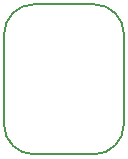
<source format=gko>
G04 #@! TF.FileFunction,Profile,NP*
%FSLAX46Y46*%
G04 Gerber Fmt 4.6, Leading zero omitted, Abs format (unit mm)*
G04 Created by KiCad (PCBNEW 4.0.6) date 04/23/19 17:44:28*
%MOMM*%
%LPD*%
G01*
G04 APERTURE LIST*
%ADD10C,0.100000*%
%ADD11C,0.150000*%
G04 APERTURE END LIST*
D10*
D11*
X144780000Y-100330000D02*
X149860000Y-100330000D01*
X144780000Y-113030000D02*
X149860000Y-113030000D01*
X142240000Y-110490000D02*
X142240000Y-102870000D01*
X152400000Y-102870000D02*
X152400000Y-110490000D01*
X144780000Y-100330000D02*
G75*
G03X142240000Y-102870000I0J-2540000D01*
G01*
X142240000Y-110490000D02*
G75*
G03X144780000Y-113030000I2540000J0D01*
G01*
X149860000Y-113030000D02*
G75*
G03X152400000Y-110490000I0J2540000D01*
G01*
X152400000Y-102870000D02*
G75*
G03X149860000Y-100330000I-2540000J0D01*
G01*
M02*

</source>
